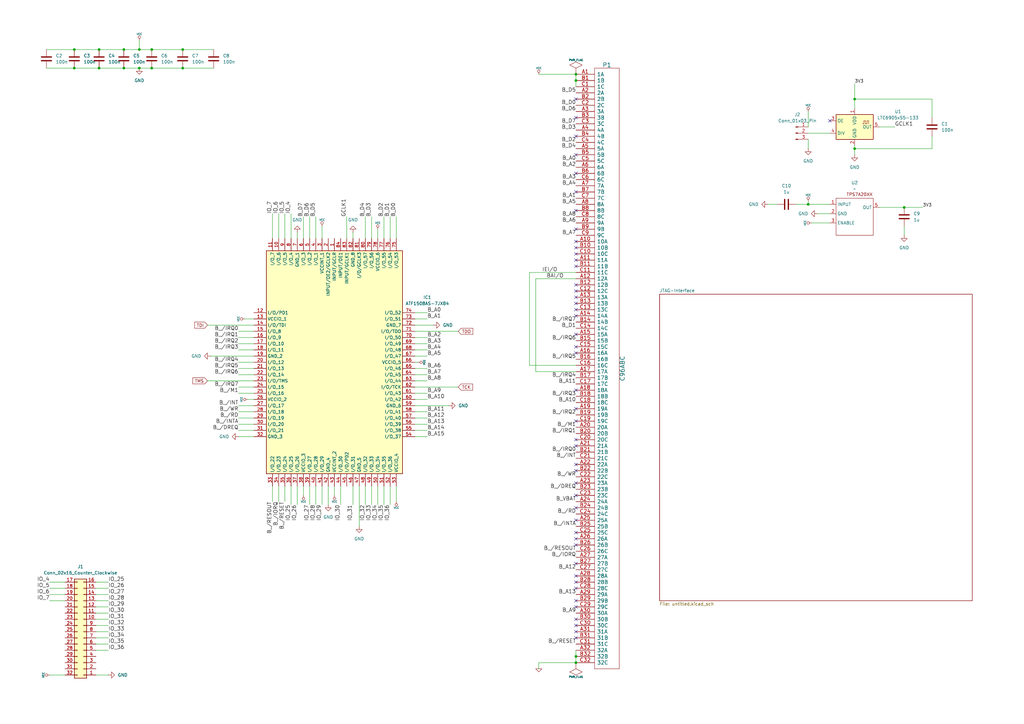
<source format=kicad_sch>
(kicad_sch (version 20231120) (generator "eeschema") (generator_version "8.0")
  (paper "A3")
  (lib_symbols
    (symbol "CPLD_Microchip:ATF1508AS-7JX84"
      (property "Reference" "IC" (at 62.23 30.48 0))
      (property "Value" "ATF1508AS-7JX84" (at 62.23 27.94 0))
      (symbol "ATF1508AS-7JX84_1_1"
        (pin passive line (at 33.02 30.48 270) (length 5.08) (name "INPUT/GCLR") (number "1"))
        (pin passive line (at 10.16 30.48 270) (length 5.08) (name "I/O_6") (number "10"))
        (pin passive line (at 7.62 30.48 270) (length 5.08) (name "I/O_7") (number "11"))
        (pin passive line (at 0 0 0) (length 5.08) (name "I/O/PD1") (number "12"))
        (pin passive line (at 0 -2.54 0) (length 5.08) (name "VCCIO_1") (number "13"))
        (pin passive line (at 0 -5.08 0) (length 5.08) (name "I/O/TDI") (number "14"))
        (pin passive line (at 0 -7.62 0) (length 5.08) (name "I/O_8") (number "15"))
        (pin passive line (at 0 -10.16 0) (length 5.08) (name "I/O_9") (number "16"))
        (pin passive line (at 0 -12.7 0) (length 5.08) (name "I/O_10") (number "17"))
        (pin passive line (at 0 -15.24 0) (length 5.08) (name "I/O_11") (number "18"))
        (pin passive line (at 0 -17.78 0) (length 5.08) (name "GND_2") (number "19"))
        (pin passive line (at 30.48 30.48 270) (length 5.08) (name "INPUT/OE2/GCLK2") (number "2"))
        (pin passive line (at 0 -20.32 0) (length 5.08) (name "I/O_12") (number "20"))
        (pin passive line (at 0 -22.86 0) (length 5.08) (name "I/O_13") (number "21"))
        (pin passive line (at 0 -25.4 0) (length 5.08) (name "I/O_14") (number "22"))
        (pin passive line (at 0 -27.94 0) (length 5.08) (name "I/O/TMS") (number "23"))
        (pin passive line (at 0 -30.48 0) (length 5.08) (name "I/O_15") (number "24"))
        (pin passive line (at 0 -33.02 0) (length 5.08) (name "I/O_16") (number "25"))
        (pin passive line (at 0 -35.56 0) (length 5.08) (name "VCCIO_2") (number "26"))
        (pin passive line (at 0 -38.1 0) (length 5.08) (name "I/O_17") (number "27"))
        (pin passive line (at 0 -40.64 0) (length 5.08) (name "I/O_18") (number "28"))
        (pin passive line (at 0 -43.18 0) (length 5.08) (name "I/O_19") (number "29"))
        (pin passive line (at 27.94 30.48 270) (length 5.08) (name "VCCINT_1") (number "3"))
        (pin passive line (at 0 -45.72 0) (length 5.08) (name "I/O_20") (number "30"))
        (pin passive line (at 0 -48.26 0) (length 5.08) (name "I/O_21") (number "31"))
        (pin passive line (at 0 -50.8 0) (length 5.08) (name "GND_3") (number "32"))
        (pin passive line (at 7.62 -71.12 90) (length 5.08) (name "I/O_22") (number "33"))
        (pin passive line (at 10.16 -71.12 90) (length 5.08) (name "I/O_23") (number "34"))
        (pin passive line (at 12.7 -71.12 90) (length 5.08) (name "I/O_24") (number "35"))
        (pin passive line (at 15.24 -71.12 90) (length 5.08) (name "I/O_25") (number "36"))
        (pin passive line (at 17.78 -71.12 90) (length 5.08) (name "I/O_26") (number "37"))
        (pin passive line (at 20.32 -71.12 90) (length 5.08) (name "VCCIO_3") (number "38"))
        (pin passive line (at 22.86 -71.12 90) (length 5.08) (name "I/O_27") (number "39"))
        (pin passive line (at 25.4 30.48 270) (length 5.08) (name "I/O_1") (number "4"))
        (pin passive line (at 25.4 -71.12 90) (length 5.08) (name "I/O_28") (number "40"))
        (pin passive line (at 27.94 -71.12 90) (length 5.08) (name "I/O_29") (number "41"))
        (pin passive line (at 30.48 -71.12 90) (length 5.08) (name "GND_4") (number "42"))
        (pin passive line (at 33.02 -71.12 90) (length 5.08) (name "VCCINT_2") (number "43"))
        (pin passive line (at 35.56 -71.12 90) (length 5.08) (name "I/O_30") (number "44"))
        (pin passive line (at 38.1 -71.12 90) (length 5.08) (name "I/O/PD2") (number "45"))
        (pin passive line (at 40.64 -71.12 90) (length 5.08) (name "I/O_31") (number "46"))
        (pin passive line (at 43.18 -71.12 90) (length 5.08) (name "GND_5") (number "47"))
        (pin passive line (at 45.72 -71.12 90) (length 5.08) (name "I/O_32") (number "48"))
        (pin passive line (at 48.26 -71.12 90) (length 5.08) (name "I/O_33") (number "49"))
        (pin passive line (at 22.86 30.48 270) (length 5.08) (name "I/O_2") (number "5"))
        (pin passive line (at 50.8 -71.12 90) (length 5.08) (name "I/O_34") (number "50"))
        (pin passive line (at 53.34 -71.12 90) (length 5.08) (name "I/O_35") (number "51"))
        (pin passive line (at 55.88 -71.12 90) (length 5.08) (name "I/O_36") (number "52"))
        (pin passive line (at 58.42 -71.12 90) (length 5.08) (name "VCCIO_4") (number "53"))
        (pin passive line (at 66.04 -50.8 180) (length 5.08) (name "I/O_37") (number "54"))
        (pin passive line (at 66.04 -48.26 180) (length 5.08) (name "I/O_38") (number "55"))
        (pin passive line (at 66.04 -45.72 180) (length 5.08) (name "I/O_39") (number "56"))
        (pin passive line (at 66.04 -43.18 180) (length 5.08) (name "I/O_40") (number "57"))
        (pin passive line (at 66.04 -40.64 180) (length 5.08) (name "I/O_41") (number "58"))
        (pin passive line (at 66.04 -38.1 180) (length 5.08) (name "GND_6") (number "59"))
        (pin passive line (at 20.32 30.48 270) (length 5.08) (name "I/O_3") (number "6"))
        (pin passive line (at 66.04 -35.56 180) (length 5.08) (name "I/O_42") (number "60"))
        (pin passive line (at 66.04 -33.02 180) (length 5.08) (name "I/O_43") (number "61"))
        (pin passive line (at 66.04 -30.48 180) (length 5.08) (name "I/O/TCK") (number "62"))
        (pin passive line (at 66.04 -27.94 180) (length 5.08) (name "I/O_44") (number "63"))
        (pin passive line (at 66.04 -25.4 180) (length 5.08) (name "I/O_45") (number "64"))
        (pin passive line (at 66.04 -22.86 180) (length 5.08) (name "I/O_46") (number "65"))
        (pin passive line (at 66.04 -20.32 180) (length 5.08) (name "VCCIO_5") (number "66"))
        (pin passive line (at 66.04 -17.78 180) (length 5.08) (name "I/O_47") (number "67"))
        (pin passive line (at 66.04 -15.24 180) (length 5.08) (name "I/O_48") (number "68"))
        (pin passive line (at 66.04 -12.7 180) (length 5.08) (name "I/O_49") (number "69"))
        (pin passive line (at 17.78 30.48 270) (length 5.08) (name "GND_1") (number "7"))
        (pin passive line (at 66.04 -10.16 180) (length 5.08) (name "I/O_50") (number "70"))
        (pin passive line (at 66.04 -7.62 180) (length 5.08) (name "I/O/TDO") (number "71"))
        (pin passive line (at 66.04 -5.08 180) (length 5.08) (name "GND_7") (number "72"))
        (pin passive line (at 66.04 -2.54 180) (length 5.08) (name "I/O_51") (number "73"))
        (pin passive line (at 66.04 0 180) (length 5.08) (name "I/O_52") (number "74"))
        (pin passive line (at 58.42 30.48 270) (length 5.08) (name "I/O_53") (number "75"))
        (pin passive line (at 55.88 30.48 270) (length 5.08) (name "I/O_54") (number "76"))
        (pin passive line (at 53.34 30.48 270) (length 5.08) (name "I/O_55") (number "77"))
        (pin passive line (at 50.8 30.48 270) (length 5.08) (name "VCCIO_6") (number "78"))
        (pin passive line (at 48.26 30.48 270) (length 5.08) (name "I/O_56") (number "79"))
        (pin passive line (at 15.24 30.48 270) (length 5.08) (name "I/O_4") (number "8"))
        (pin passive line (at 45.72 30.48 270) (length 5.08) (name "I/O_57") (number "80"))
        (pin passive line (at 43.18 30.48 270) (length 5.08) (name "I/O/GCLK3") (number "81"))
        (pin passive line (at 40.64 30.48 270) (length 5.08) (name "GND_8") (number "82"))
        (pin passive line (at 38.1 30.48 270) (length 5.08) (name "INPUT/GCLK1") (number "83"))
        (pin passive line (at 35.56 30.48 270) (length 5.08) (name "INPUT/OE1") (number "84"))
        (pin passive line (at 12.7 30.48 270) (length 5.08) (name "I/O_5") (number "9"))
      )
    )
    (symbol "Connector:Conn_01x03_Pin" (pin_names (offset 1.016) hide)
      (property "Reference" "J" (at 0 5.08 0))
      (property "Value" "Conn_01x03_Pin" (at 0 -5.08 0))
      (symbol "Conn_01x03_Pin_1_1"
        (pin passive line (at 5.08 2.54 180) (length 3.81) (name "Pin_1") (number "1"))
        (pin passive line (at 5.08 0 180) (length 3.81) (name "Pin_2") (number "2"))
        (pin passive line (at 5.08 -2.54 180) (length 3.81) (name "Pin_3") (number "3"))
      )
    )
    (symbol "Connector_Generic:Conn_02x16_Counter_Clockwise" (pin_names (offset 1.016) hide)
      (property "Reference" "J" (at 1.27 20.32 0))
      (property "Value" "Conn_02x16_Counter_Clockwise" (at 1.27 -22.86 0))
      (symbol "Conn_02x16_Counter_Clockwise_1_1"
        (pin passive line (at -5.08 17.78 0) (length 3.81) (name "Pin_1") (number "1"))
        (pin passive line (at -5.08 -5.08 0) (length 3.81) (name "Pin_10") (number "10"))
        (pin passive line (at -5.08 -7.62 0) (length 3.81) (name "Pin_11") (number "11"))
        (pin passive line (at -5.08 -10.16 0) (length 3.81) (name "Pin_12") (number "12"))
        (pin passive line (at -5.08 -12.7 0) (length 3.81) (name "Pin_13") (number "13"))
        (pin passive line (at -5.08 -15.24 0) (length 3.81) (name "Pin_14") (number "14"))
        (pin passive line (at -5.08 -17.78 0) (length 3.81) (name "Pin_15") (number "15"))
        (pin passive line (at -5.08 -20.32 0) (length 3.81) (name "Pin_16") (number "16"))
        (pin passive line (at 7.62 -20.32 180) (length 3.81) (name "Pin_17") (number "17"))
        (pin passive line (at 7.62 -17.78 180) (length 3.81) (name "Pin_18") (number "18"))
        (pin passive line (at 7.62 -15.24 180) (length 3.81) (name "Pin_19") (number "19"))
        (pin passive line (at -5.08 15.24 0) (length 3.81) (name "Pin_2") (number "2"))
        (pin passive line (at 7.62 -12.7 180) (length 3.81) (name "Pin_20") (number "20"))
        (pin passive line (at 7.62 -10.16 180) (length 3.81) (name "Pin_21") (number "21"))
        (pin passive line (at 7.62 -7.62 180) (length 3.81) (name "Pin_22") (number "22"))
        (pin passive line (at 7.62 -5.08 180) (length 3.81) (name "Pin_23") (number "23"))
        (pin passive line (at 7.62 -2.54 180) (length 3.81) (name "Pin_24") (number "24"))
        (pin passive line (at 7.62 0 180) (length 3.81) (name "Pin_25") (number "25"))
        (pin passive line (at 7.62 2.54 180) (length 3.81) (name "Pin_26") (number "26"))
        (pin passive line (at 7.62 5.08 180) (length 3.81) (name "Pin_27") (number "27"))
        (pin passive line (at 7.62 7.62 180) (length 3.81) (name "Pin_28") (number "28"))
        (pin passive line (at 7.62 10.16 180) (length 3.81) (name "Pin_29") (number "29"))
        (pin passive line (at -5.08 12.7 0) (length 3.81) (name "Pin_3") (number "3"))
        (pin passive line (at 7.62 12.7 180) (length 3.81) (name "Pin_30") (number "30"))
        (pin passive line (at 7.62 15.24 180) (length 3.81) (name "Pin_31") (number "31"))
        (pin passive line (at 7.62 17.78 180) (length 3.81) (name "Pin_32") (number "32"))
        (pin passive line (at -5.08 10.16 0) (length 3.81) (name "Pin_4") (number "4"))
        (pin passive line (at -5.08 7.62 0) (length 3.81) (name "Pin_5") (number "5"))
        (pin passive line (at -5.08 5.08 0) (length 3.81) (name "Pin_6") (number "6"))
        (pin passive line (at -5.08 2.54 0) (length 3.81) (name "Pin_7") (number "7"))
        (pin passive line (at -5.08 0 0) (length 3.81) (name "Pin_8") (number "8"))
        (pin passive line (at -5.08 -2.54 0) (length 3.81) (name "Pin_9") (number "9"))
      )
    )
    (symbol "Device:C" (pin_numbers hide) (pin_names (offset 0.254))
      (property "Reference" "C" (at 0.635 2.54 0))
      (property "Value" "C" (at 0.635 -2.54 0))
      (symbol "C_1_1"
        (pin passive line (at 0 3.81 270) (length 2.794) (name "~") (number "1"))
        (pin passive line (at 0 -3.81 90) (length 2.794) (name "~") (number "2"))
      )
    )
    (symbol "Oscillator:LTC6905xS5-133"
      (property "Reference" "U" (at -6.35 6.35 0))
      (property "Value" "LTC6905xS5-133" (at 7.62 6.35 0))
      (symbol "LTC6905xS5-133_1_1"
        (pin power_in line (at 0 7.62 270) (length 2.54) (name "VDD") (number "1"))
        (pin power_in line (at 0 -7.62 90) (length 2.54) (name "GND") (number "2"))
        (pin input line (at -10.16 2.54 0) (length 2.54) (name "OE") (number "3"))
        (pin input line (at -10.16 -2.54 0) (length 2.54) (name "DIV") (number "4"))
        (pin output line (at 10.16 0 180) (length 2.54) (name "OUT") (number "5"))
      )
    )
    (symbol "PIC-007-rescue:C96ABC-00N8VEM1" (pin_names (offset 1.016))
      (property "Reference" "U" (at 0 124.46 0))
      (property "Value" "00N8VEM1_C96ABC" (at 6.35 0 90))
      (symbol "C96ABC-00N8VEM1_1_1"
        (pin passive line (at -12.7 120.65 0) (length 7.62) (name "1A") (number "A1"))
        (pin passive line (at -12.7 52.07 0) (length 7.62) (name "10A") (number "A10"))
        (pin passive line (at -12.7 44.45 0) (length 7.62) (name "11A") (number "A11"))
        (pin passive line (at -12.7 36.83 0) (length 7.62) (name "12A") (number "A12"))
        (pin passive line (at -12.7 29.21 0) (length 7.62) (name "13A") (number "A13"))
        (pin passive line (at -12.7 21.59 0) (length 7.62) (name "14A") (number "A14"))
        (pin passive line (at -12.7 13.97 0) (length 7.62) (name "15A") (number "A15"))
        (pin passive line (at -12.7 6.35 0) (length 7.62) (name "16A") (number "A16"))
        (pin passive line (at -12.7 -1.27 0) (length 7.62) (name "17A") (number "A17"))
        (pin passive line (at -12.7 -8.89 0) (length 7.62) (name "18A") (number "A18"))
        (pin passive line (at -12.7 -16.51 0) (length 7.62) (name "19A") (number "A19"))
        (pin passive line (at -12.7 113.03 0) (length 7.62) (name "2A") (number "A2"))
        (pin passive line (at -12.7 -24.13 0) (length 7.62) (name "20A") (number "A20"))
        (pin tri_state line (at -12.7 -31.75 0) (length 7.62) (name "21A") (number "A21"))
        (pin passive line (at -12.7 -39.37 0) (length 7.62) (name "22A") (number "A22"))
        (pin passive line (at -12.7 -46.99 0) (length 7.62) (name "23A") (number "A23"))
        (pin passive line (at -12.7 -54.61 0) (length 7.62) (name "24A") (number "A24"))
        (pin passive line (at -12.7 -62.23 0) (length 7.62) (name "25A") (number "A25"))
        (pin passive line (at -12.7 -69.85 0) (length 7.62) (name "26A") (number "A26"))
        (pin passive line (at -12.7 -77.47 0) (length 7.62) (name "27A") (number "A27"))
        (pin passive line (at -12.7 -85.09 0) (length 7.62) (name "28A") (number "A28"))
        (pin passive line (at -12.7 -92.71 0) (length 7.62) (name "29A") (number "A29"))
        (pin passive line (at -12.7 105.41 0) (length 7.62) (name "3A") (number "A3"))
        (pin passive line (at -12.7 -100.33 0) (length 7.62) (name "30A") (number "A30"))
        (pin passive line (at -12.7 -107.95 0) (length 7.62) (name "31A") (number "A31"))
        (pin passive line (at -12.7 -115.57 0) (length 7.62) (name "32A") (number "A32"))
        (pin passive line (at -12.7 97.79 0) (length 7.62) (name "4A") (number "A4"))
        (pin passive line (at -12.7 90.17 0) (length 7.62) (name "5A") (number "A5"))
        (pin passive line (at -12.7 82.55 0) (length 7.62) (name "6A") (number "A6"))
        (pin passive line (at -12.7 74.93 0) (length 7.62) (name "7A") (number "A7"))
        (pin passive line (at -12.7 67.31 0) (length 7.62) (name "8A") (number "A8"))
        (pin passive line (at -12.7 59.69 0) (length 7.62) (name "9A") (number "A9"))
        (pin passive line (at -12.7 118.11 0) (length 7.62) (name "1B") (number "B1"))
        (pin passive line (at -12.7 49.53 0) (length 7.62) (name "10B") (number "B10"))
        (pin passive line (at -12.7 41.91 0) (length 7.62) (name "11B") (number "B11"))
        (pin passive line (at -12.7 34.29 0) (length 7.62) (name "12B") (number "B12"))
        (pin passive line (at -12.7 26.67 0) (length 7.62) (name "13B") (number "B13"))
        (pin passive line (at -12.7 19.05 0) (length 7.62) (name "14B") (number "B14"))
        (pin passive line (at -12.7 11.43 0) (length 7.62) (name "15B") (number "B15"))
        (pin passive line (at -12.7 3.81 0) (length 7.62) (name "16B") (number "B16"))
        (pin passive line (at -12.7 -3.81 0) (length 7.62) (name "17B") (number "B17"))
        (pin passive line (at -12.7 -11.43 0) (length 7.62) (name "18B") (number "B18"))
        (pin passive line (at -12.7 -19.05 0) (length 7.62) (name "19B") (number "B19"))
        (pin passive line (at -12.7 110.49 0) (length 7.62) (name "2B") (number "B2"))
        (pin passive line (at -12.7 -26.67 0) (length 7.62) (name "20B") (number "B20"))
        (pin passive line (at -12.7 -34.29 0) (length 7.62) (name "21B") (number "B21"))
        (pin passive line (at -12.7 -41.91 0) (length 7.62) (name "22B") (number "B22"))
        (pin passive line (at -12.7 -49.53 0) (length 7.62) (name "23B") (number "B23"))
        (pin passive line (at -12.7 -57.15 0) (length 7.62) (name "24B") (number "B24"))
        (pin passive line (at -12.7 -64.77 0) (length 7.62) (name "25B") (number "B25"))
        (pin passive line (at -12.7 -72.39 0) (length 7.62) (name "26B") (number "B26"))
        (pin passive line (at -12.7 -80.01 0) (length 7.62) (name "27B") (number "B27"))
        (pin passive line (at -12.7 -87.63 0) (length 7.62) (name "28B") (number "B28"))
        (pin passive line (at -12.7 -95.25 0) (length 7.62) (name "29B") (number "B29"))
        (pin passive line (at -12.7 102.87 0) (length 7.62) (name "3B") (number "B3"))
        (pin passive line (at -12.7 -102.87 0) (length 7.62) (name "30B") (number "B30"))
        (pin passive line (at -12.7 -110.49 0) (length 7.62) (name "31B") (number "B31"))
        (pin passive line (at -12.7 -118.11 0) (length 7.62) (name "32B") (number "B32"))
        (pin passive line (at -12.7 95.25 0) (length 7.62) (name "4B") (number "B4"))
        (pin passive line (at -12.7 87.63 0) (length 7.62) (name "5B") (number "B5"))
        (pin passive line (at -12.7 80.01 0) (length 7.62) (name "6B") (number "B6"))
        (pin passive line (at -12.7 72.39 0) (length 7.62) (name "7B") (number "B7"))
        (pin passive line (at -12.7 64.77 0) (length 7.62) (name "8B") (number "B8"))
        (pin passive line (at -12.7 57.15 0) (length 7.62) (name "9B") (number "B9"))
        (pin passive line (at -12.7 115.57 0) (length 7.62) (name "1C") (number "C1"))
        (pin passive line (at -12.7 46.99 0) (length 7.62) (name "10C") (number "C10"))
        (pin passive line (at -12.7 39.37 0) (length 7.62) (name "11C") (number "C11"))
        (pin passive line (at -12.7 31.75 0) (length 7.62) (name "12C") (number "C12"))
        (pin passive line (at -12.7 24.13 0) (length 7.62) (name "13C") (number "C13"))
        (pin passive line (at -12.7 16.51 0) (length 7.62) (name "14C") (number "C14"))
        (pin passive line (at -12.7 8.89 0) (length 7.62) (name "15C") (number "C15"))
        (pin passive line (at -12.7 1.27 0) (length 7.62) (name "16C") (number "C16"))
        (pin passive line (at -12.7 -6.35 0) (length 7.62) (name "17C") (number "C17"))
        (pin passive line (at -12.7 -13.97 0) (length 7.62) (name "18C") (number "C18"))
        (pin passive line (at -12.7 -21.59 0) (length 7.62) (name "19C") (number "C19"))
        (pin passive line (at -12.7 107.95 0) (length 7.62) (name "2C") (number "C2"))
        (pin passive line (at -12.7 -29.21 0) (length 7.62) (name "20C") (number "C20"))
        (pin passive line (at -12.7 -36.83 0) (length 7.62) (name "21C") (number "C21"))
        (pin passive line (at -12.7 -44.45 0) (length 7.62) (name "22C") (number "C22"))
        (pin passive line (at -12.7 -52.07 0) (length 7.62) (name "23C") (number "C23"))
        (pin passive line (at -12.7 -59.69 0) (length 7.62) (name "24C") (number "C24"))
        (pin passive line (at -12.7 -67.31 0) (length 7.62) (name "25C") (number "C25"))
        (pin passive line (at -12.7 -74.93 0) (length 7.62) (name "26C") (number "C26"))
        (pin passive line (at -12.7 -82.55 0) (length 7.62) (name "27C") (number "C27"))
        (pin passive line (at -12.7 -90.17 0) (length 7.62) (name "28C") (number "C28"))
        (pin passive line (at -12.7 -97.79 0) (length 7.62) (name "29C") (number "C29"))
        (pin passive line (at -12.7 100.33 0) (length 7.62) (name "3C") (number "C3"))
        (pin passive line (at -12.7 -105.41 0) (length 7.62) (name "30C") (number "C30"))
        (pin passive line (at -12.7 -113.03 0) (length 7.62) (name "31C") (number "C31"))
        (pin passive line (at -12.7 -120.65 0) (length 7.62) (name "32C") (number "C32"))
        (pin passive line (at -12.7 92.71 0) (length 7.62) (name "4C") (number "C4"))
        (pin passive line (at -12.7 85.09 0) (length 7.62) (name "5C") (number "C5"))
        (pin passive line (at -12.7 77.47 0) (length 7.62) (name "6C") (number "C6"))
        (pin passive line (at -12.7 69.85 0) (length 7.62) (name "7C") (number "C7"))
        (pin passive line (at -12.7 62.23 0) (length 7.62) (name "8C") (number "C8"))
        (pin passive line (at -12.7 54.61 0) (length 7.62) (name "9C") (number "C9"))
        (pin power_in line (at 5.08 120.65 180) (length 0) hide (name "GND") (number "HOLE"))
      )
    )
    (symbol "PIC-007-rescue:GND-00N8VEM1" (power) (pin_names (offset 0))
      (symbol "GND-00N8VEM1_1_1"
        (pin power_in line (at 0 0 90) (length 0) hide (name "GND") (number "1"))
      )
    )
    (symbol "PIC-007-rescue:PWR_FLAG-00N8VEM1" (power) (pin_numbers hide) (pin_names (offset 0) hide)
      (property "Value" "00N8VEM1_PWR_FLAG" (at 0 5.842 0))
      (symbol "PWR_FLAG-00N8VEM1_0_0"
        (pin power_out line (at 0 0 90) (length 0) (name "pwr") (number "1"))
      )
    )
    (symbol "PIC-007-rescue:VCC-00N8VEM1" (power) (pin_names (offset 0))
      (property "Value" "00N8VEM1_VCC" (at 0 2.54 0))
      (symbol "VCC-00N8VEM1_0_0"
        (pin power_in line (at 0 0 90) (length 0) hide (name "VCC") (number "1"))
      )
    )
    (symbol "Regulator_SwitchedCapacitor:TPS7A20xx"
      (property "Reference" "U" (at 5.08 -10.922 0))
      (symbol "TPS7A20xx_1_1"
        (text "TPS7A20XX" (at 7.112 4.064 0) (effects (font (size 1.27 1.27))))
        (pin power_in line (at -5.08 0 0) (length 2.54) (name "INPUT") (number "1"))
        (pin power_in line (at -5.08 -3.81 0) (length 2.54) (name "GND") (number "2"))
        (pin input line (at -5.08 -7.62 0) (length 2.54) (name "ENABLE") (number "3"))
        (pin power_out line (at 15.24 -1.27 180) (length 2.54) (name "OUT") (number "5"))
      )
    )
    (symbol "power:GND" (power) (pin_numbers hide) (pin_names (offset 0) hide)
      (property "Value" "GND" (at 0 -3.81 0))
      (symbol "GND_1_1"
        (pin power_in line (at 0 0 270) (length 0) (name "~") (number "1"))
      )
    )
  )
  (junction (at 236.22 271.78))
  (junction (at 30.48 20.32))
  (junction (at 40.64 27.94))
  (junction (at 74.93 20.32))
  (junction (at 350.52 40.64))
  (junction (at 236.22 269.24))
  (junction (at 74.93 27.94))
  (junction (at 236.22 30.48))
  (junction (at 50.8 27.94))
  (junction (at 57.15 20.32))
  (junction (at 40.64 20.32))
  (junction (at 50.8 20.32))
  (junction (at 30.48 27.94))
  (junction (at 331.47 83.82))
  (junction (at 57.15 27.94))
  (junction (at 236.22 33.02))
  (junction (at 370.84 85.09))
  (junction (at 62.23 27.94))
  (junction (at 350.52 60.96))
  (junction (at 62.23 20.32))
  (no_connect (at 236.22 78.74))
  (no_connect (at 236.22 220.98))
  (no_connect (at 236.22 218.44))
  (no_connect (at 236.22 137.16))
  (no_connect (at 236.22 213.36))
  (no_connect (at 236.22 40.64))
  (no_connect (at 236.22 124.46))
  (no_connect (at 236.22 246.38))
  (no_connect (at 236.22 55.88))
  (no_connect (at 236.22 190.5))
  (no_connect (at 236.22 63.5))
  (no_connect (at 236.22 167.64))
  (no_connect (at 236.22 71.12))
  (no_connect (at 236.22 99.06))
  (no_connect (at 236.22 208.28))
  (no_connect (at 236.22 160.02))
  (no_connect (at 236.22 109.22))
  (no_connect (at 236.22 180.34))
  (no_connect (at 236.22 259.08))
  (no_connect (at 236.22 198.12))
  (no_connect (at 236.22 182.88))
  (no_connect (at 236.22 86.36))
  (no_connect (at 236.22 261.62))
  (no_connect (at 236.22 193.04))
  (no_connect (at 236.22 129.54))
  (no_connect (at 236.22 48.26))
  (no_connect (at 236.22 144.78))
  (no_connect (at 236.22 203.2))
  (no_connect (at 236.22 238.76))
  (no_connect (at 236.22 119.38))
  (no_connect (at 340.36 49.53))
  (no_connect (at 236.22 172.72))
  (no_connect (at 236.22 101.6))
  (no_connect (at 236.22 231.14))
  (no_connect (at 236.22 116.84))
  (no_connect (at 236.22 104.14))
  (no_connect (at 236.22 248.92))
  (no_connect (at 236.22 127))
  (no_connect (at 236.22 256.54))
  (no_connect (at 236.22 223.52))
  (no_connect (at 236.22 241.3))
  (no_connect (at 236.22 121.92))
  (no_connect (at 236.22 142.24))
  (no_connect (at 236.22 106.68))
  (no_connect (at 236.22 254))
  (no_connect (at 236.22 236.22))
  (no_connect (at 236.22 93.98))
  (wire (pts (xy 147.32 199.39) (xy 147.32 215.9)))
  (wire (pts (xy 116.84 87.63) (xy 116.84 97.79)))
  (wire (pts (xy 39.37 248.92) (xy 44.45 248.92)))
  (wire (pts (xy 160.02 88.9) (xy 160.02 97.79)))
  (wire (pts (xy 350.52 34.29) (xy 350.52 40.64)))
  (wire (pts (xy 124.46 199.39) (xy 124.46 203.2)))
  (wire (pts (xy 331.47 54.61) (xy 340.36 54.61)))
  (wire (pts (xy 170.18 135.89) (xy 187.96 135.89)))
  (wire (pts (xy 160.02 199.39) (xy 160.02 207.01)))
  (wire (pts (xy 20.32 241.3) (xy 26.67 241.3)))
  (wire (pts (xy 114.3 199.39) (xy 114.3 205.74)))
  (wire (pts (xy 39.37 251.46) (xy 44.45 251.46)))
  (wire (pts (xy 119.38 199.39) (xy 119.38 207.01)))
  (wire (pts (xy 97.79 176.53) (xy 104.14 176.53)))
  (wire (pts (xy 39.37 238.76) (xy 44.45 238.76)))
  (wire (pts (xy 127 199.39) (xy 127 207.01)))
  (wire (pts (xy 170.18 146.05) (xy 175.26 146.05)))
  (wire (pts (xy 57.15 16.51) (xy 57.15 20.32)))
  (wire (pts (xy 157.48 88.9) (xy 157.48 97.79)))
  (wire (pts (xy 40.64 20.32) (xy 50.8 20.32)))
  (wire (pts (xy 97.79 151.13) (xy 104.14 151.13)))
  (wire (pts (xy 149.86 199.39) (xy 149.86 207.01)))
  (wire (pts (xy 111.76 199.39) (xy 111.76 205.74)))
  (wire (pts (xy 382.27 55.88) (xy 382.27 60.96)))
  (wire (pts (xy 57.15 20.32) (xy 62.23 20.32)))
  (wire (pts (xy 97.79 143.51) (xy 104.14 143.51)))
  (wire (pts (xy 124.46 88.9) (xy 124.46 97.79)))
  (wire (pts (xy 97.79 153.67) (xy 104.14 153.67)))
  (wire (pts (xy 220.98 271.78) (xy 236.22 271.78)))
  (wire (pts (xy 152.4 199.39) (xy 152.4 207.01)))
  (wire (pts (xy 331.47 45.72) (xy 331.47 52.07)))
  (wire (pts (xy 170.18 171.45) (xy 175.26 171.45)))
  (wire (pts (xy 170.18 140.97) (xy 175.26 140.97)))
  (wire (pts (xy 350.52 40.64) (xy 350.52 44.45)))
  (wire (pts (xy 40.64 27.94) (xy 50.8 27.94)))
  (wire (pts (xy 114.3 87.63) (xy 114.3 97.79)))
  (wire (pts (xy 134.62 199.39) (xy 134.62 207.01)))
  (wire (pts (xy 170.18 163.83) (xy 175.26 163.83)))
  (wire (pts (xy 154.94 199.39) (xy 154.94 207.01)))
  (wire (pts (xy 236.22 152.4) (xy 219.71 152.4)))
  (wire (pts (xy 350.52 40.64) (xy 382.27 40.64)))
  (wire (pts (xy 100.33 130.81) (xy 104.14 130.81)))
  (wire (pts (xy 20.32 246.38) (xy 26.67 246.38)))
  (wire (pts (xy 39.37 276.86) (xy 44.45 276.86)))
  (wire (pts (xy 170.18 138.43) (xy 175.26 138.43)))
  (wire (pts (xy 170.18 130.81) (xy 175.26 130.81)))
  (wire (pts (xy 335.28 87.63) (xy 340.36 87.63)))
  (wire (pts (xy 97.79 171.45) (xy 104.14 171.45)))
  (wire (pts (xy 121.92 199.39) (xy 121.92 207.01)))
  (wire (pts (xy 170.18 176.53) (xy 175.26 176.53)))
  (wire (pts (xy 74.93 27.94) (xy 87.63 27.94)))
  (wire (pts (xy 350.52 59.69) (xy 350.52 60.96)))
  (wire (pts (xy 111.76 87.63) (xy 111.76 97.79)))
  (wire (pts (xy 170.18 128.27) (xy 175.26 128.27)))
  (wire (pts (xy 50.8 27.94) (xy 57.15 27.94)))
  (wire (pts (xy 340.36 83.82) (xy 331.47 83.82)))
  (wire (pts (xy 86.36 146.05) (xy 104.14 146.05)))
  (wire (pts (xy 137.16 199.39) (xy 137.16 203.2)))
  (wire (pts (xy 57.15 27.94) (xy 62.23 27.94)))
  (wire (pts (xy 39.37 246.38) (xy 44.45 246.38)))
  (wire (pts (xy 97.79 161.29) (xy 104.14 161.29)))
  (wire (pts (xy 20.32 276.86) (xy 26.67 276.86)))
  (wire (pts (xy 236.22 111.76) (xy 217.17 111.76)))
  (wire (pts (xy 170.18 179.07) (xy 175.26 179.07)))
  (wire (pts (xy 170.18 156.21) (xy 175.26 156.21)))
  (wire (pts (xy 162.56 199.39) (xy 162.56 205.74)))
  (wire (pts (xy 157.48 199.39) (xy 157.48 207.01)))
  (wire (pts (xy 149.86 88.9) (xy 149.86 97.79)))
  (wire (pts (xy 30.48 20.32) (xy 40.64 20.32)))
  (wire (pts (xy 219.71 114.3) (xy 236.22 114.3)))
  (wire (pts (xy 97.79 148.59) (xy 104.14 148.59)))
  (wire (pts (xy 62.23 20.32) (xy 74.93 20.32)))
  (wire (pts (xy 370.84 92.71) (xy 370.84 96.52)))
  (wire (pts (xy 97.79 179.07) (xy 104.14 179.07)))
  (wire (pts (xy 170.18 153.67) (xy 175.26 153.67)))
  (wire (pts (xy 97.79 140.97) (xy 104.14 140.97)))
  (wire (pts (xy 170.18 161.29) (xy 175.26 161.29)))
  (wire (pts (xy 331.47 82.55) (xy 331.47 83.82)))
  (wire (pts (xy 132.08 199.39) (xy 132.08 207.01)))
  (wire (pts (xy 62.23 27.94) (xy 74.93 27.94)))
  (wire (pts (xy 217.17 149.86) (xy 236.22 149.86)))
  (wire (pts (xy 170.18 148.59) (xy 171.45 148.59)))
  (wire (pts (xy 170.18 143.51) (xy 175.26 143.51)))
  (wire (pts (xy 382.27 60.96) (xy 350.52 60.96)))
  (wire (pts (xy 101.6 163.83) (xy 104.14 163.83)))
  (wire (pts (xy 85.09 156.21) (xy 104.14 156.21)))
  (wire (pts (xy 74.93 20.32) (xy 87.63 20.32)))
  (wire (pts (xy 360.68 52.07) (xy 367.03 52.07)))
  (wire (pts (xy 314.96 83.82) (xy 318.77 83.82)))
  (wire (pts (xy 144.78 95.25) (xy 144.78 97.79)))
  (wire (pts (xy 39.37 266.7) (xy 44.45 266.7)))
  (wire (pts (xy 97.79 135.89) (xy 104.14 135.89)))
  (wire (pts (xy 370.84 85.09) (xy 378.46 85.09)))
  (wire (pts (xy 20.32 243.84) (xy 26.67 243.84)))
  (wire (pts (xy 127 88.9) (xy 127 97.79)))
  (wire (pts (xy 39.37 243.84) (xy 44.45 243.84)))
  (wire (pts (xy 139.7 199.39) (xy 139.7 207.01)))
  (wire (pts (xy 19.05 20.32) (xy 30.48 20.32)))
  (wire (pts (xy 142.24 88.9) (xy 142.24 97.79)))
  (wire (pts (xy 129.54 199.39) (xy 129.54 207.01)))
  (wire (pts (xy 217.17 111.76) (xy 217.17 149.86)))
  (wire (pts (xy 332.74 91.44) (xy 340.36 91.44)))
  (wire (pts (xy 97.79 166.37) (xy 104.14 166.37)))
  (wire (pts (xy 360.68 85.09) (xy 370.84 85.09)))
  (wire (pts (xy 97.79 173.99) (xy 104.14 173.99)))
  (wire (pts (xy 121.92 95.25) (xy 121.92 97.79)))
  (wire (pts (xy 129.54 88.9) (xy 129.54 97.79)))
  (wire (pts (xy 170.18 168.91) (xy 175.26 168.91)))
  (wire (pts (xy 152.4 88.9) (xy 152.4 97.79)))
  (wire (pts (xy 39.37 254) (xy 44.45 254)))
  (wire (pts (xy 236.22 30.48) (xy 220.98 30.48)))
  (wire (pts (xy 236.22 30.48) (xy 236.22 33.02)))
  (wire (pts (xy 132.08 92.71) (xy 132.08 97.79)))
  (wire (pts (xy 85.09 133.35) (xy 104.14 133.35)))
  (wire (pts (xy 119.38 87.63) (xy 119.38 97.79)))
  (wire (pts (xy 50.8 20.32) (xy 57.15 20.32)))
  (wire (pts (xy 162.56 88.9) (xy 162.56 97.79)))
  (wire (pts (xy 170.18 173.99) (xy 175.26 173.99)))
  (wire (pts (xy 39.37 259.08) (xy 44.45 259.08)))
  (wire (pts (xy 97.79 168.91) (xy 104.14 168.91)))
  (wire (pts (xy 382.27 40.64) (xy 382.27 48.26)))
  (wire (pts (xy 219.71 152.4) (xy 219.71 114.3)))
  (wire (pts (xy 97.79 138.43) (xy 104.14 138.43)))
  (wire (pts (xy 170.18 133.35) (xy 177.8 133.35)))
  (wire (pts (xy 39.37 241.3) (xy 44.45 241.3)))
  (wire (pts (xy 236.22 266.7) (xy 236.22 269.24)))
  (wire (pts (xy 220.98 274.32) (xy 220.98 271.78)))
  (wire (pts (xy 331.47 57.15) (xy 331.47 60.96)))
  (wire (pts (xy 236.22 33.02) (xy 236.22 35.56)))
  (wire (pts (xy 19.05 27.94) (xy 30.48 27.94)))
  (wire (pts (xy 39.37 261.62) (xy 44.45 261.62)))
  (wire (pts (xy 350.52 60.96) (xy 350.52 63.5)))
  (wire (pts (xy 97.79 158.75) (xy 104.14 158.75)))
  (wire (pts (xy 326.39 83.82) (xy 331.47 83.82)))
  (wire (pts (xy 30.48 27.94) (xy 40.64 27.94)))
  (wire (pts (xy 154.94 93.98) (xy 154.94 97.79)))
  (wire (pts (xy 144.78 199.39) (xy 144.78 207.01)))
  (wire (pts (xy 170.18 166.37) (xy 184.15 166.37)))
  (wire (pts (xy 39.37 264.16) (xy 44.45 264.16)))
  (wire (pts (xy 170.18 151.13) (xy 175.26 151.13)))
  (wire (pts (xy 236.22 269.24) (xy 236.22 271.78)))
  (wire (pts (xy 170.18 158.75) (xy 187.96 158.75)))
  (wire (pts (xy 20.32 238.76) (xy 26.67 238.76)))
  (wire (pts (xy 116.84 199.39) (xy 116.84 205.74)))
  (wire (pts (xy 39.37 256.54) (xy 44.45 256.54)))
  (label "IO_27" (at 127 207.01 270) (effects (font (size 1.524 1.524))))
  (label "B_/INTA" (at 97.79 173.99 180) (effects (font (size 1.524 1.524))))
  (label "B_/IRQ6" (at 97.79 153.67 180) (effects (font (size 1.524 1.524))))
  (label "B_D2" (at 157.48 88.9 90) (effects (font (size 1.524 1.524))))
  (label "B_D1" (at 160.02 88.9 90) (effects (font (size 1.524 1.524))))
  (label "IO_28" (at 44.45 246.38 0) (effects (font (size 1.524 1.524))))
  (label "B_/IRQ4" (at 97.79 148.59 180) (effects (font (size 1.524 1.524))))
  (label "IO_25" (at 119.38 207.01 270) (effects (font (size 1.524 1.524))))
  (label "B_A6" (at 236.22 91.44 180) (effects (font (size 1.524 1.524))))
  (label "B_/M1" (at 236.22 175.26 180) (effects (font (size 1.524 1.524))))
  (label "IO_34" (at 154.94 207.01 270) (effects (font (size 1.524 1.524))))
  (label "IO_33" (at 44.45 259.08 0) (effects (font (size 1.524 1.524))))
  (label "B_/IRQ0" (at 97.79 135.89 180) (effects (font (size 1.524 1.524))))
  (label "IO_7" (at 111.76 87.63 90) (effects (font (size 1.524 1.524))))
  (label "IO_36" (at 160.02 207.01 270) (effects (font (size 1.524 1.524))))
  (label "B_A13" (at 175.26 173.99 0) (effects (font (size 1.524 1.524))))
  (label "IO_4" (at 119.38 87.63 90) (effects (font (size 1.524 1.524))))
  (label "IO_26" (at 44.45 241.3 0) (effects (font (size 1.524 1.524))))
  (label "B_/RD" (at 236.22 210.82 180) (effects (font (size 1.524 1.524))))
  (label "B_A10" (at 175.26 163.83 0) (effects (font (size 1.524 1.524))))
  (label "B_A6" (at 175.26 151.13 0) (effects (font (size 1.524 1.524))))
  (label "IO_6" (at 20.32 243.84 180) (effects (font (size 1.524 1.524))))
  (label "B_D4" (at 236.22 60.96 180) (effects (font (size 1.524 1.524))))
  (label "IO_6" (at 114.3 87.63 90) (effects (font (size 1.524 1.524))))
  (label "IO_32" (at 44.45 256.54 0) (effects (font (size 1.524 1.524))))
  (label "B_A2" (at 175.26 138.43 0) (effects (font (size 1.524 1.524))))
  (label "IO_29" (at 132.08 207.01 270) (effects (font (size 1.524 1.524))))
  (label "B_A1" (at 236.22 81.28 180) (effects (font (size 1.524 1.524))))
  (label "B_/IRQ1" (at 236.22 177.8 180) (effects (font (size 1.524 1.524))))
  (label "B_D4" (at 149.86 88.9 90) (effects (font (size 1.524 1.524))))
  (label "B_A8" (at 175.26 156.21 0) (effects (font (size 1.524 1.524))))
  (label "IO_35" (at 157.48 207.01 270) (effects (font (size 1.524 1.524))))
  (label "B_A5" (at 175.26 146.05 0) (effects (font (size 1.524 1.524))))
  (label "B_/INT" (at 236.22 187.96 180) (effects (font (size 1.524 1.524))))
  (label "B_/IRQ7" (at 97.79 158.75 180) (effects (font (size 1.524 1.524))))
  (label "B_A3" (at 236.22 73.66 180) (effects (font (size 1.524 1.524))))
  (label "B_D7" (at 236.22 50.8 180) (effects (font (size 1.524 1.524))))
  (label "B_/DREQ" (at 97.79 176.53 180) (effects (font (size 1.524 1.524))))
  (label "B_D6" (at 127 88.9 90) (effects (font (size 1.524 1.524))))
  (label "B_A11" (at 175.26 168.91 0) (effects (font (size 1.524 1.524))))
  (label "B_A5" (at 236.22 83.82 180) (effects (font (size 1.524 1.524))))
  (label "B_A12" (at 236.22 233.68 180) (effects (font (size 1.524 1.524))))
  (label "B_A12" (at 175.26 171.45 0) (effects (font (size 1.524 1.524))))
  (label "B_D3" (at 236.22 53.34 180) (effects (font (size 1.524 1.524))))
  (label "B_A8" (at 236.22 88.9 180) (effects (font (size 1.524 1.524))))
  (label "IO_34" (at 44.45 261.62 0) (effects (font (size 1.524 1.524))))
  (label "B_/RESOUT" (at 236.22 226.06 180) (effects (font (size 1.524 1.524))))
  (label "IO_30" (at 139.7 207.01 270) (effects (font (size 1.524 1.524))))
  (label "B_D0" (at 162.56 88.9 90) (effects (font (size 1.524 1.524))))
  (label "B_D2" (at 236.22 58.42 180) (effects (font (size 1.524 1.524))))
  (label "B_/WR" (at 236.22 195.58 180) (effects (font (size 1.524 1.524))))
  (label "B_D0" (at 236.22 43.18 180) (effects (font (size 1.524 1.524))))
  (label "3V3" (at 350.52 34.29 0))
  (label "B_A9" (at 175.26 161.29 0) (effects (font (size 1.524 1.524))))
  (label "B_/RD" (at 97.79 171.45 180) (effects (font (size 1.524 1.524))))
  (label "B_/IRQ5" (at 236.22 147.32 180) (effects (font (size 1.524 1.524))))
  (label "B_A7" (at 236.22 96.52 180) (effects (font (size 1.524 1.524))))
  (label "B_A4" (at 236.22 76.2 180) (effects (font (size 1.524 1.524))))
  (label "B_A7" (at 175.26 153.67 0) (effects (font (size 1.524 1.524))))
  (label "IO_33" (at 152.4 207.01 270) (effects (font (size 1.524 1.524))))
  (label "B_A2" (at 236.22 68.58 180) (effects (font (size 1.524 1.524))))
  (label "B_/INTA" (at 236.22 215.9 180) (effects (font (size 1.524 1.524))))
  (label "IO_28" (at 129.54 207.01 270) (effects (font (size 1.524 1.524))))
  (label "B_/IRQ3" (at 97.79 143.51 180) (effects (font (size 1.524 1.524))))
  (label "IO_27" (at 44.45 243.84 0) (effects (font (size 1.524 1.524))))
  (label "B_/RESET" (at 116.84 205.74 270) (effects (font (size 1.524 1.524))))
  (label "B_/IRQ2" (at 236.22 170.18 180) (effects (font (size 1.524 1.524))))
  (label "B_/IRQ7" (at 236.22 132.08 180) (effects (font (size 1.524 1.524))))
  (label "B_/IRQ1" (at 97.79 138.43 180) (effects (font (size 1.524 1.524))))
  (label "B_A13" (at 236.22 243.84 180) (effects (font (size 1.524 1.524))))
  (label "B_/WR" (at 97.79 168.91 180) (effects (font (size 1.524 1.524))))
  (label "B_A9" (at 236.22 251.46 180) (effects (font (size 1.524 1.524))))
  (label "B_A0" (at 236.22 66.04 180) (effects (font (size 1.524 1.524))))
  (label "B_/INT" (at 97.79 166.37 180) (effects (font (size 1.524 1.524))))
  (label "B_/IORQ" (at 114.3 205.74 270) (effects (font (size 1.524 1.524))))
  (label "IO_7" (at 20.32 246.38 180) (effects (font (size 1.524 1.524))))
  (label "B_D5" (at 129.54 88.9 90) (effects (font (size 1.524 1.524))))
  (label "3V3" (at 378.46 85.09 0))
  (label "BAI/O" (at 231.14 114.3 180) (effects (font (size 1.524 1.524))))
  (label "IO_25" (at 44.45 238.76 0) (effects (font (size 1.524 1.524))))
  (label "IO_31" (at 44.45 254 0) (effects (font (size 1.524 1.524))))
  (label "B_D5" (at 236.22 38.1 180) (effects (font (size 1.524 1.524))))
  (label "IO_26" (at 121.92 207.01 270) (effects (font (size 1.524 1.524))))
  (label "IO_31" (at 144.78 207.01 270) (effects (font (size 1.524 1.524))))
  (label "B_/IRQ5" (at 97.79 151.13 180) (effects (font (size 1.524 1.524))))
  (label "IO_35" (at 44.45 264.16 0) (effects (font (size 1.524 1.524))))
  (label "B_/IRQ0" (at 236.22 185.42 180) (effects (font (size 1.524 1.524))))
  (label "B_/IRQ4" (at 236.22 154.94 180) (effects (font (size 1.524 1.524))))
  (label "B_VBAT" (at 236.22 205.74 180) (effects (font (size 1.524 1.524))))
  (label "IO_5" (at 116.84 87.63 90) (effects (font (size 1.524 1.524))))
  (label "B_/RESOUT" (at 111.76 205.74 270) (effects (font (size 1.524 1.524))))
  (label "IO_5" (at 20.32 241.3 180) (effects (font (size 1.524 1.524))))
  (label "IO_29" (at 44.45 248.92 0) (effects (font (size 1.524 1.524))))
  (label "IO_36" (at 44.45 266.7 0) (effects (font (size 1.524 1.524))))
  (label "B_A1" (at 175.26 130.81 0) (effects (font (size 1.524 1.524))))
  (label "B_/RESET" (at 236.22 264.16 180) (effects (font (size 1.524 1.524))))
  (label "B_A0" (at 175.26 128.27 0) (effects (font (size 1.524 1.524))))
  (label "B_/DREQ" (at 236.22 200.66 180) (effects (font (size 1.524 1.524))))
  (label "B_A15" (at 175.26 179.07 0) (effects (font (size 1.524 1.524))))
  (label "B_/M1" (at 97.79 161.29 180) (effects (font (size 1.524 1.524))))
  (label "B_D7" (at 124.46 88.9 90) (effects (font (size 1.524 1.524))))
  (label "B_/IRQ6" (at 236.22 139.7 180) (effects (font (size 1.524 1.524))))
  (label "B_A10" (at 236.22 165.1 180) (effects (font (size 1.524 1.524))))
  (label "B_D1" (at 236.22 134.62 180) (effects (font (size 1.524 1.524))))
  (label "B_A11" (at 236.22 157.48 180) (effects (font (size 1.524 1.524))))
  (label "B_/IORQ" (at 236.22 228.6 180) (effects (font (size 1.524 1.524))))
  (label "IO_30" (at 44.45 251.46 0) (effects (font (size 1.524 1.524))))
  (label "B_D3" (at 152.4 88.9 90) (effects (font (size 1.524 1.524))))
  (label "B_D6" (at 236.22 45.72 180) (effects (font (size 1.524 1.524))))
  (label "B_A14" (at 175.26 176.53 0) (effects (font (size 1.524 1.524))))
  (label "B_A4" (at 175.26 143.51 0) (effects (font (size 1.524 1.524))))
  (label "GCLK1" (at 367.03 52.07 0) (effects (font (size 1.524 1.524))))
  (label "GCLK1" (at 142.24 88.9 90) (effects (font (size 1.524 1.524))))
  (label "B_A3" (at 175.26 140.97 0) (effects (font (size 1.524 1.524))))
  (label "IO_4" (at 20.32 238.76 180) (effects (font (size 1.524 1.524))))
  (label "IEI/O" (at 228.6 111.76 180) (effects (font (size 1.524 1.524))))
  (label "B_/IRQ2" (at 97.79 140.97 180) (effects (font (size 1.524 1.524))))
  (label "B_/IRQ3" (at 236.22 162.56 180) (effects (font (size 1.524 1.524))))
  (label "IO_32" (at 149.86 207.01 270) (effects (font (size 1.524 1.524))))
  (global_label "TCK" (shape input) (at 187.96 158.75 0) (property "Intersheetrefs" "${INTERSHEET_REFS}" (effects (hide yes))))
  (global_label "TDI" (shape input) (at 85.09 133.35 180) (property "Intersheetrefs" "${INTERSHEET_REFS}" (effects (hide yes))))
  (global_label "TDO" (shape input) (at 187.96 135.89 0) (property "Intersheetrefs" "${INTERSHEET_REFS}" (effects (hide yes))))
  (global_label "TMS" (shape input) (at 85.09 156.21 180) (property "Intersheetrefs" "${INTERSHEET_REFS}" (effects (hide yes))))
  (symbol (lib_id "power:GND") (at 121.92 95.25 180) (unit 1)
    (property "Reference" "#PWR08" (effects (hide yes)))
    (property "Value" "GND" (at 121.92 90.17 0))
    (property "Description" "Power symbol creates a global label with name \"GND\" , ground" (effects (hide yes)))
  )
  (symbol (lib_id "Device:C") (at 40.64 24.13 0) (unit 1)
    (property "Reference" "C4" (at 44.45 22.8599 0) (effects (justify left)))
    (property "Value" "100n" (at 44.45 25.3999 0) (effects (justify left)))
    (property "Description" "Unpolarized capacitor" (effects (hide yes)))
  )
  (symbol (lib_id "power:GND") (at 335.28 87.63 270) (unit 1)
    (property "Reference" "#PWR027" (effects (hide yes)))
    (property "Value" "GND" (at 331.47 87.6299 90) (effects (justify right)))
    (property "Description" "Power symbol creates a global label with name \"GND\" , ground" (effects (hide yes)))
  )
  (symbol (lib_id "PIC-007-rescue:VCC-00N8VEM1") (at 162.56 205.74 180) (unit 1)
    (property "Reference" "#PWR014" (effects (hide yes)))
    (property "Value" "VCC" (at 162.56 208.28 0) (effects (font (size 0.762 0.762))))
  )
  (symbol (lib_id "Device:C") (at 19.05 24.13 0) (unit 1)
    (property "Reference" "C2" (at 22.86 22.8599 0) (effects (justify left)))
    (property "Value" "100n" (at 22.86 25.3999 0) (effects (justify left)))
    (property "Description" "Unpolarized capacitor" (effects (hide yes)))
  )
  (symbol (lib_id "Connector:Conn_01x03_Pin") (at 326.39 54.61 0) (unit 1)
    (property "Reference" "J2" (at 327.025 46.99 0))
    (property "Value" "Conn_01x03_Pin" (at 327.025 49.53 0))
    (property "Description" "Generic connector, single row, 01x03, script generated" (effects (hide yes)))
  )
  (symbol (lib_id "Device:C") (at 382.27 52.07 0) (unit 1)
    (property "Reference" "C1" (at 386.08 50.7999 0) (effects (justify left)))
    (property "Value" "100n" (at 386.08 53.3399 0) (effects (justify left)))
    (property "Description" "Unpolarized capacitor" (effects (hide yes)))
  )
  (symbol (lib_id "PIC-007-rescue:VCC-00N8VEM1") (at 20.32 276.86 90) (unit 1)
    (property "Reference" "#PWR018" (effects (hide yes)))
    (property "Value" "VCC" (at 17.78 276.86 0) (effects (font (size 0.762 0.762))))
  )
  (symbol (lib_id "PIC-007-rescue:VCC-00N8VEM1") (at 331.47 82.55 0) (unit 1)
    (property "Reference" "#PWR022" (effects (hide yes)))
    (property "Value" "VCC" (at 331.47 80.01 0) (effects (font (size 0.762 0.762))))
  )
  (symbol (lib_id "power:GND") (at 370.84 96.52 0) (unit 1)
    (property "Reference" "#PWR030" (effects (hide yes)))
    (property "Value" "GND" (at 370.84 101.6 0))
    (property "Description" "Power symbol creates a global label with name \"GND\" , ground" (effects (hide yes)))
  )
  (symbol (lib_id "Oscillator:LTC6905xS5-133") (at 350.52 52.07 0) (unit 1)
    (property "Reference" "U1" (at 368.3 45.7514 0))
    (property "Value" "LTC6905xS5-133" (at 368.3 48.2914 0))
    (property "Footprint" "Package_TO_SOT_SMD:TSOT-23-5" (effects (hide yes)))
    (property "Datasheet" "https://www.analog.com/media/en/technical-documentation/data-sheets/6905xfa.pdf" (effects (hide yes)))
    (property "Description" "2.7-5.5V 133MHz Precision Fixed Frequency Silicon Oscillator, TSOT-23-5" (effects (hide yes)))
  )
  (symbol (lib_id "power:GND") (at 144.78 95.25 180) (unit 1)
    (property "Reference" "#PWR09" (effects (hide yes)))
    (property "Value" "GND" (at 144.78 90.17 0))
    (property "Description" "Power symbol creates a global label with name \"GND\" , ground" (effects (hide yes)))
  )
  (symbol (lib_id "PIC-007-rescue:VCC-00N8VEM1") (at 332.74 91.44 90) (unit 1)
    (property "Reference" "#PWR028" (effects (hide yes)))
    (property "Value" "VCC" (at 330.2 91.44 0) (effects (font (size 0.762 0.762))))
  )
  (symbol (lib_id "PIC-007-rescue:GND-00N8VEM1") (at 220.98 274.32 0) (unit 1)
    (property "Reference" "#PWR02" (effects (hide yes)))
    (property "Value" "GND" (effects (hide yes)))
  )
  (symbol (lib_id "power:GND") (at 134.62 207.01 0) (unit 1)
    (property "Reference" "#PWR05" (effects (hide yes)))
    (property "Value" "GND" (at 134.62 212.09 0))
    (property "Description" "Power symbol creates a global label with name \"GND\" , ground" (effects (hide yes)))
  )
  (symbol (lib_id "PIC-007-rescue:VCC-00N8VEM1") (at 137.16 203.2 180) (unit 1)
    (property "Reference" "#PWR015" (effects (hide yes)))
    (property "Value" "VCC" (at 137.16 205.74 0) (effects (font (size 0.762 0.762))))
  )
  (symbol (lib_id "power:GND") (at 57.15 27.94 0) (unit 1)
    (property "Reference" "#PWR025" (effects (hide yes)))
    (property "Value" "GND" (at 57.15 33.02 0))
    (property "Description" "Power symbol creates a global label with name \"GND\" , ground" (effects (hide yes)))
  )
  (symbol (lib_id "PIC-007-rescue:VCC-00N8VEM1") (at 57.15 16.51 0) (unit 1)
    (property "Reference" "#PWR026" (effects (hide yes)))
    (property "Value" "VCC" (at 57.15 13.97 0) (effects (font (size 0.762 0.762))))
  )
  (symbol (lib_id "PIC-007-rescue:PWR_FLAG-00N8VEM1") (at 236.22 271.78 0) (mirror x) (unit 1)
    (property "Reference" "#FLG02" (effects (hide yes)))
    (property "Value" "PWR_FLAG" (at 236.22 277.622 0) (effects (font (size 0.762 0.762))))
  )
  (symbol (lib_id "PIC-007-rescue:VCC-00N8VEM1") (at 331.47 45.72 0) (unit 1)
    (property "Reference" "#PWR023" (effects (hide yes)))
    (property "Value" "VCC" (at 331.47 43.18 0) (effects (font (size 0.762 0.762))))
  )
  (symbol (lib_id "power:GND") (at 86.36 146.05 270) (unit 1)
    (property "Reference" "#PWR07" (effects (hide yes)))
    (property "Value" "GND" (at 82.55 146.0499 90) (effects (justify right)))
    (property "Description" "Power symbol creates a global label with name \"GND\" , ground" (effects (hide yes)))
  )
  (symbol (lib_id "power:GND") (at 147.32 215.9 0) (unit 1)
    (property "Reference" "#PWR04" (effects (hide yes)))
    (property "Value" "GND" (at 147.32 220.98 0))
    (property "Description" "Power symbol creates a global label with name \"GND\" , ground" (effects (hide yes)))
  )
  (symbol (lib_id "PIC-007-rescue:VCC-00N8VEM1") (at 124.46 203.2 180) (unit 1)
    (property "Reference" "#PWR016" (effects (hide yes)))
    (property "Value" "VCC" (at 124.46 205.74 0) (effects (font (size 0.762 0.762))))
  )
  (symbol (lib_id "PIC-007-rescue:VCC-00N8VEM1") (at 132.08 92.71 0) (unit 1)
    (property "Reference" "#PWR011" (effects (hide yes)))
    (property "Value" "VCC" (at 132.08 90.17 0) (effects (font (size 0.762 0.762))))
  )
  (symbol (lib_id "PIC-007-rescue:VCC-00N8VEM1") (at 220.98 30.48 0) (unit 1)
    (property "Reference" "#PWR01" (effects (hide yes)))
    (property "Value" "VCC" (at 220.98 27.94 0) (effects (font (size 0.762 0.762))))
  )
  (symbol (lib_id "power:GND") (at 44.45 276.86 90) (unit 1)
    (property "Reference" "#PWR017" (effects (hide yes)))
    (property "Value" "GND" (at 48.26 276.8599 90) (effects (justify right)))
    (property "Description" "Power symbol creates a global label with name \"GND\" , ground" (effects (hide yes)))
  )
  (symbol (lib_id "power:GND") (at 331.47 60.96 0) (unit 1)
    (property "Reference" "#PWR024" (effects (hide yes)))
    (property "Value" "GND" (at 331.47 66.04 0))
    (property "Description" "Power symbol creates a global label with name \"GND\" , ground" (effects (hide yes)))
  )
  (symbol (lib_id "PIC-007-rescue:C96ABC-00N8VEM1") (at 248.92 151.13 0) (unit 1)
    (property "Reference" "P1" (at 248.92 26.67 0) (effects (font (size 1.778 1.778))))
    (property "Value" "C96ABC" (at 255.27 151.13 90) (effects (font (size 1.778 1.778))))
    (property "Footprint" "01N8VEM:C96ABCM-RA" (effects (hide yes)))
  )
  (symbol (lib_id "Device:C") (at 87.63 24.13 0) (unit 1)
    (property "Reference" "C8" (at 91.44 22.8599 0) (effects (justify left)))
    (property "Value" "100n" (at 91.44 25.3999 0) (effects (justify left)))
    (property "Description" "Unpolarized capacitor" (effects (hide yes)))
  )
  (symbol (lib_id "Device:C") (at 62.23 24.13 0) (unit 1)
    (property "Reference" "C6" (at 66.04 22.8599 0) (effects (justify left)))
    (property "Value" "100n" (at 66.04 25.3999 0) (effects (justify left)))
    (property "Description" "Unpolarized capacitor" (effects (hide yes)))
  )
  (symbol (lib_id "Device:C") (at 370.84 88.9 0) (unit 1)
    (property "Reference" "C9" (at 374.65 87.6299 0) (effects (justify left)))
    (property "Value" "1u" (at 374.65 90.1699 0) (effects (justify left)))
    (property "Description" "Unpolarized capacitor" (effects (hide yes)))
  )
  (symbol (lib_id "Device:C") (at 322.58 83.82 90) (unit 1)
    (property "Reference" "C10" (at 322.58 76.2 90))
    (property "Value" "1u" (at 322.58 78.74 90))
    (property "Description" "Unpolarized capacitor" (effects (hide yes)))
  )
  (symbol (lib_id "Regulator_SwitchedCapacitor:TPS7A20xx") (at 345.44 83.82 0) (unit 1)
    (property "Reference" "U2" (at 350.52 74.93 0))
    (property "Value" "~" (at 350.52 77.47 0))
  )
  (symbol (lib_id "PIC-007-rescue:VCC-00N8VEM1") (at 154.94 93.98 0) (unit 1)
    (property "Reference" "#PWR012" (effects (hide yes)))
    (property "Value" "VCC" (at 154.94 91.44 0) (effects (font (size 0.762 0.762))))
  )
  (symbol (lib_id "power:GND") (at 314.96 83.82 270) (unit 1)
    (property "Reference" "#PWR029" (effects (hide yes)))
    (property "Value" "GND" (at 311.15 83.8199 90) (effects (justify right)))
    (property "Description" "Power symbol creates a global label with name \"GND\" , ground" (effects (hide yes)))
  )
  (symbol (lib_id "power:GND") (at 177.8 133.35 90) (unit 1)
    (property "Reference" "#PWR03" (effects (hide yes)))
    (property "Value" "GND" (at 181.61 133.3499 90) (effects (justify right)))
    (property "Description" "Power symbol creates a global label with name \"GND\" , ground" (effects (hide yes)))
  )
  (symbol (lib_id "Device:C") (at 74.93 24.13 0) (unit 1)
    (property "Reference" "C7" (at 78.74 22.8599 0) (effects (justify left)))
    (property "Value" "100n" (at 78.74 25.3999 0) (effects (justify left)))
    (property "Description" "Unpolarized capacitor" (effects (hide yes)))
  )
  (symbol (lib_id "PIC-007-rescue:VCC-00N8VEM1") (at 100.33 130.81 90) (unit 1)
    (property "Reference" "#PWR020" (effects (hide yes)))
    (property "Value" "VCC" (at 97.79 130.81 0) (effects (font (size 0.762 0.762))))
  )
  (symbol (lib_id "Device:C") (at 50.8 24.13 0) (unit 1)
    (property "Reference" "C5" (at 54.61 22.8599 0) (effects (justify left)))
    (property "Value" "100n" (at 54.61 25.3999 0) (effects (justify left)))
    (property "Description" "Unpolarized capacitor" (effects (hide yes)))
  )
  (symbol (lib_id "Device:C") (at 30.48 24.13 0) (unit 1)
    (property "Reference" "C3" (at 34.29 22.8599 0) (effects (justify left)))
    (property "Value" "100n" (at 34.29 25.3999 0) (effects (justify left)))
    (property "Description" "Unpolarized capacitor" (effects (hide yes)))
  )
  (symbol (lib_id "power:GND") (at 350.52 63.5 0) (unit 1)
    (property "Reference" "#PWR021" (effects (hide yes)))
    (property "Value" "GND" (at 350.52 68.58 0))
    (property "Description" "Power symbol creates a global label with name \"GND\" , ground" (effects (hide yes)))
  )
  (symbol (lib_id "PIC-007-rescue:VCC-00N8VEM1") (at 171.45 148.59 270) (unit 1)
    (property "Reference" "#PWR013" (effects (hide yes)))
    (property "Value" "VCC" (at 173.99 148.59 0) (effects (font (size 0.762 0.762))))
  )
  (symbol (lib_id "Connector_Generic:Conn_02x16_Counter_Clockwise") (at 34.29 259.08 180) (unit 1)
    (property "Reference" "J1" (at 33.02 232.41 0))
    (property "Value" "Conn_02x16_Counter_Clockwise" (at 33.02 234.95 0))
    (property "Description" "Generic connector, double row, 02x16, counter clockwise pin numbering scheme (similar to DIP package numbering), script generated (kicad-library-utils/schlib/autogen/connector/)" (effects (hide yes)))
  )
  (symbol (lib_id "power:GND") (at 97.79 179.07 270) (unit 1)
    (property "Reference" "#PWR06" (effects (hide yes)))
    (property "Value" "GND" (at 93.98 179.0699 90) (effects (justify right)))
    (property "Description" "Power symbol creates a global label with name \"GND\" , ground" (effects (hide yes)))
  )
  (symbol (lib_id "PIC-007-rescue:VCC-00N8VEM1") (at 101.6 163.83 90) (unit 1)
    (property "Reference" "#PWR019" (effects (hide yes)))
    (property "Value" "VCC" (at 99.06 163.83 0) (effects (font (size 0.762 0.762))))
  )
  (symbol (lib_id "CPLD_Microchip:ATF1508AS-7JX84") (at 104.14 128.27 0) (unit 1)
    (property "Reference" "IC1" (at 175.26 121.9514 0))
    (property "Value" "ATF1508AS-7JX84" (at 175.26 124.4914 0))
    (property "Footprint" "PLCC127P3023X3023X457-84N" (effects (hide yes)))
    (property "Datasheet" "http://ww1.microchip.com/downloads/en/devicedoc/doc0784.pdf" (effects (hide yes)))
    (property "Description" "CPLD - Complex Programmable Logic Devices 128 MC CPLD 7NS IND TEMP GRN" (effects (hide yes)))
    (property "Height" "4.572" (effects (hide yes)))
    (property "Manufacturer_Name" "Microchip" (effects (hide yes)))
    (property "Manufacturer_Part_Number" "ATF1508AS-7JX84" (effects (hide yes)))
    (property "Mouser Part Number" "556-ATF1508AS-7JX84" (effects (hide yes)))
    (property "Mouser Price/Stock" "https://www.mouser.co.uk/ProductDetail/Microchip-Technology/ATF1508AS-7JX84?qs=fH4tvdCgwtN3Qt072sj77g%3D%3D" (effects (hide yes)))
    (property "Arrow Part Number" "ATF1508AS-7JX84" (effects (hide yes)))
    (property "Arrow Price/Stock" "https://www.arrow.com/en/products/atf1508as-7jx84/microchip-technology?region=nac" (effects (hide yes)))
  )
  (symbol (lib_id "power:GND") (at 184.15 166.37 90) (unit 1)
    (property "Reference" "#PWR010" (effects (hide yes)))
    (property "Value" "GND" (at 187.96 166.3699 90) (effects (justify right)))
    (property "Description" "Power symbol creates a global label with name \"GND\" , ground" (effects (hide yes)))
  )
  (symbol (lib_id "PIC-007-rescue:PWR_FLAG-00N8VEM1") (at 236.22 30.48 0) (unit 1)
    (property "Reference" "#FLG01" (effects (hide yes)))
    (property "Value" "PWR_FLAG" (at 236.22 24.638 0) (effects (font (size 0.762 0.762))))
  )
  (sheet (at 270.51 120.65) (size 128.27 125.73) (stroke (width 0.1524))
    (property "Sheetname" "JTAG-Interface" (at 270.51 119.9384 0) (effects (justify left bottom)))
    (property "Sheetfile" "untitled.kicad_sch" (at 270.51 246.9646 0) (effects (justify left top)))
  )
)
</source>
